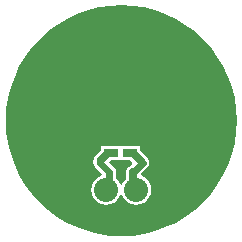
<source format=gtl>
%FSLAX25Y25*%
%MOIN*%
G70*
G01*
G75*
G04 Layer_Physical_Order=1*
G04 Layer_Color=255*
%ADD10R,0.04724X0.02638*%
%ADD11R,0.01969X0.01969*%
%ADD12C,0.02362*%
%ADD13C,0.02500*%
%ADD14C,0.00787*%
%ADD15C,0.08000*%
%ADD16C,0.18000*%
%ADD17C,0.01969*%
%ADD18C,0.02953*%
G36*
X31773Y38276D02*
X35510Y37721D01*
X39175Y36803D01*
X42732Y35531D01*
X46147Y33915D01*
X49387Y31973D01*
X52422Y29723D01*
X55221Y27186D01*
X57758Y24386D01*
X60009Y21352D01*
X61951Y18112D01*
X63566Y14696D01*
X64839Y11140D01*
X65757Y7475D01*
X66311Y3738D01*
X66496Y-35D01*
X66311Y-3809D01*
X65757Y-7546D01*
X64839Y-11210D01*
X63566Y-14767D01*
X61951Y-18182D01*
X60009Y-21423D01*
X57758Y-24457D01*
X55221Y-27257D01*
X52422Y-29794D01*
X49387Y-32044D01*
X46147Y-33986D01*
X42732Y-35601D01*
X39175Y-36874D01*
X35510Y-37792D01*
X31773Y-38346D01*
X28000Y-38532D01*
X24227Y-38346D01*
X20490Y-37792D01*
X16825Y-36874D01*
X13268Y-35601D01*
X9853Y-33986D01*
X6613Y-32044D01*
X3578Y-29794D01*
X779Y-27257D01*
X-1758Y-24457D01*
X-4009Y-21423D01*
X-5951Y-18182D01*
X-7566Y-14767D01*
X-8839Y-11210D01*
X-9757Y-7546D01*
X-10311Y-3809D01*
X-10496Y-35D01*
X-10311Y3738D01*
X-9757Y7475D01*
X-8839Y11140D01*
X-7566Y14696D01*
X-5951Y18112D01*
X-4009Y21352D01*
X-1758Y24386D01*
X779Y27186D01*
X3578Y29723D01*
X6613Y31973D01*
X9853Y33915D01*
X13268Y35531D01*
X16825Y36803D01*
X20490Y37721D01*
X24227Y38276D01*
X28000Y38461D01*
X31773Y38276D01*
D02*
G37*
%LPC*%
G36*
X34315Y-8606D02*
X21291D01*
Y-9837D01*
X19318Y-11810D01*
X19010Y-12271D01*
X18938Y-12633D01*
X18859Y-12751D01*
X18689Y-13602D01*
X18690Y-13602D01*
Y-13996D01*
X18689Y-13996D01*
X18859Y-14847D01*
X19341Y-15569D01*
X21522Y-17750D01*
X21425Y-18240D01*
X20478Y-18632D01*
X19434Y-19434D01*
X18632Y-20478D01*
X18129Y-21695D01*
X17957Y-23000D01*
X18129Y-24305D01*
X18632Y-25522D01*
X19434Y-26566D01*
X20478Y-27367D01*
X21695Y-27871D01*
X23000Y-28043D01*
X24305Y-27871D01*
X25522Y-27367D01*
X26566Y-26566D01*
X27367Y-25522D01*
X27750Y-24598D01*
X28250D01*
X28633Y-25522D01*
X29434Y-26566D01*
X30478Y-27367D01*
X31695Y-27871D01*
X33000Y-28043D01*
X34305Y-27871D01*
X35522Y-27367D01*
X36566Y-26566D01*
X37367Y-25522D01*
X37871Y-24305D01*
X38043Y-23000D01*
X37871Y-21695D01*
X37367Y-20478D01*
X36566Y-19434D01*
X35522Y-18632D01*
X34575Y-18240D01*
X34478Y-17750D01*
X36659Y-15569D01*
X36659Y-15569D01*
X37141Y-14847D01*
X37310Y-13996D01*
Y-13996D01*
D01*
X37141Y-13145D01*
X36948Y-12856D01*
X36837Y-12690D01*
X36793Y-12468D01*
X36485Y-12007D01*
X34315Y-9837D01*
Y-8606D01*
D02*
G37*
%LPD*%
G36*
X31570Y-13867D02*
Y-14367D01*
X30614Y-15324D01*
X30315Y-15524D01*
X29818Y-16268D01*
X29643Y-17146D01*
Y-19274D01*
X29434Y-19434D01*
X28633Y-20478D01*
X28250Y-21402D01*
X27750D01*
X27367Y-20478D01*
X26566Y-19434D01*
X26287Y-19220D01*
Y-17146D01*
X26287Y-17146D01*
X26118Y-16295D01*
X25635Y-15573D01*
X25635Y-15573D01*
X23983Y-13920D01*
X24659Y-13244D01*
X30947D01*
X31570Y-13867D01*
D02*
G37*
G36*
X24358Y-11535D02*
X21701Y-14193D01*
X20323Y-12815D01*
X22980Y-10158D01*
X24358Y-11535D01*
D02*
G37*
G36*
X34201D02*
X35530Y-12864D01*
X34152Y-14242D01*
X31642Y-11732D01*
X33020Y-10354D01*
X34201Y-11535D01*
D02*
G37*
D10*
X30953Y-10925D02*
D03*
X24654D02*
D03*
D11*
X30953Y984D02*
D03*
D12*
X23000Y-23000D02*
X24063Y-21937D01*
Y-17146D01*
X20913Y-13602D02*
X21307Y-13209D01*
X20913Y-13996D02*
Y-13602D01*
Y-13996D02*
X24063Y-17146D01*
X34299Y-13209D02*
X35087Y-13996D01*
Y-13996D02*
Y-13996D01*
X31937Y-17146D02*
X35087Y-13996D01*
X16189Y-13209D02*
Y-12028D01*
Y-11240D01*
X18945Y-8484D01*
Y-7303D01*
X20126Y-6122D01*
X35874D01*
X37055Y-7303D01*
Y-8878D02*
Y-7303D01*
Y-8878D02*
X39811Y-11634D01*
Y-13209D02*
Y-11634D01*
X11465Y-13209D02*
X15795D01*
X39811D02*
X44535D01*
Y15531D01*
X11465Y-13209D02*
Y15531D01*
X44535D01*
D13*
X31937Y-21937D02*
X33000Y-23000D01*
X31937Y-21937D02*
Y-17146D01*
D14*
X32823Y-10354D02*
X35480Y-13012D01*
X31445Y-11732D02*
X32823Y-10354D01*
X34102Y-14390D02*
X35480Y-13012D01*
X31445Y-11732D02*
Y-11732D01*
Y-11732D02*
X34102Y-14390D01*
X20323Y-12815D02*
X22980Y-10158D01*
X22980D01*
X20323Y-12815D02*
X21701Y-14193D01*
X22980Y-10158D02*
X24358Y-11535D01*
X21701Y-14193D02*
X24358Y-11535D01*
D15*
X33000Y-23000D02*
D03*
X23000D02*
D03*
D16*
X2000Y0D02*
D03*
X54000D02*
D03*
D17*
X28000Y-394D02*
D03*
Y4409D02*
D03*
D18*
X29693Y-3819D02*
D03*
X36071Y-4409D02*
D03*
X39693Y-6181D02*
D03*
Y-2638D02*
D03*
X40284Y4449D02*
D03*
X36071Y2677D02*
D03*
X39220Y905D02*
D03*
X36071Y-866D02*
D03*
X33118Y-3819D02*
D03*
X37685Y6654D02*
D03*
X38866Y10118D02*
D03*
X35244Y9409D02*
D03*
X33354Y12598D02*
D03*
X31543Y8465D02*
D03*
X29772Y11614D02*
D03*
X28000Y7480D02*
D03*
X22646Y12598D02*
D03*
X17134Y10118D02*
D03*
X20756Y9409D02*
D03*
X18315Y6654D02*
D03*
X26307Y-3819D02*
D03*
X22882D02*
D03*
X16307Y-6181D02*
D03*
X19929Y-4409D02*
D03*
X16307Y-2638D02*
D03*
X19929Y-866D02*
D03*
X16780Y905D02*
D03*
X19929Y2677D02*
D03*
X15717Y4449D02*
D03*
X24457Y8465D02*
D03*
X26228Y11614D02*
D03*
M02*

</source>
